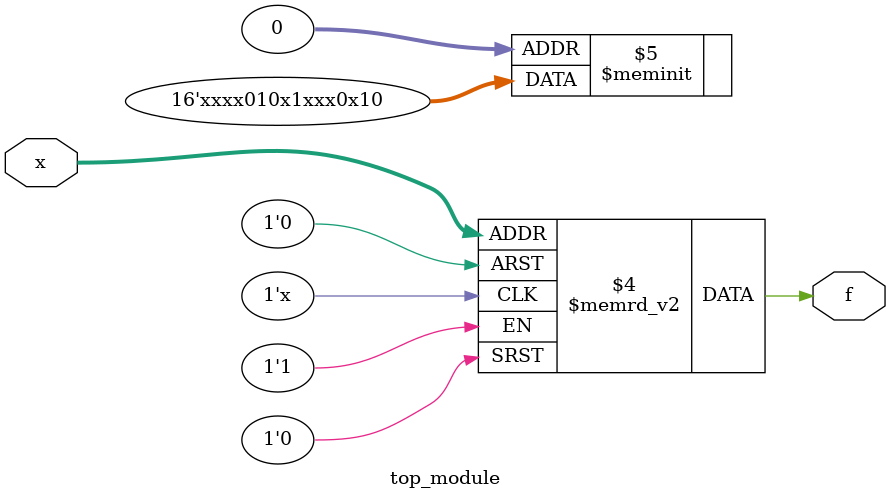
<source format=sv>
module top_module (
    input [4:1] x,
    output logic f
);

always_comb begin
    case ({x[4], x[3], x[2], x[1]})
        4'b0000, 4'b0011, 4'b1001, 4'b1011: f = 1'b0;
        4'b0001, 4'b0111, 4'b1010: f = 1'b1;
        4'b0010, 4'b0101, 4'b0110, 4'b1000, 4'b1100, 4'b1101, 4'b1110, 4'b1111: f = 1'bx;
    endcase
end

endmodule

</source>
